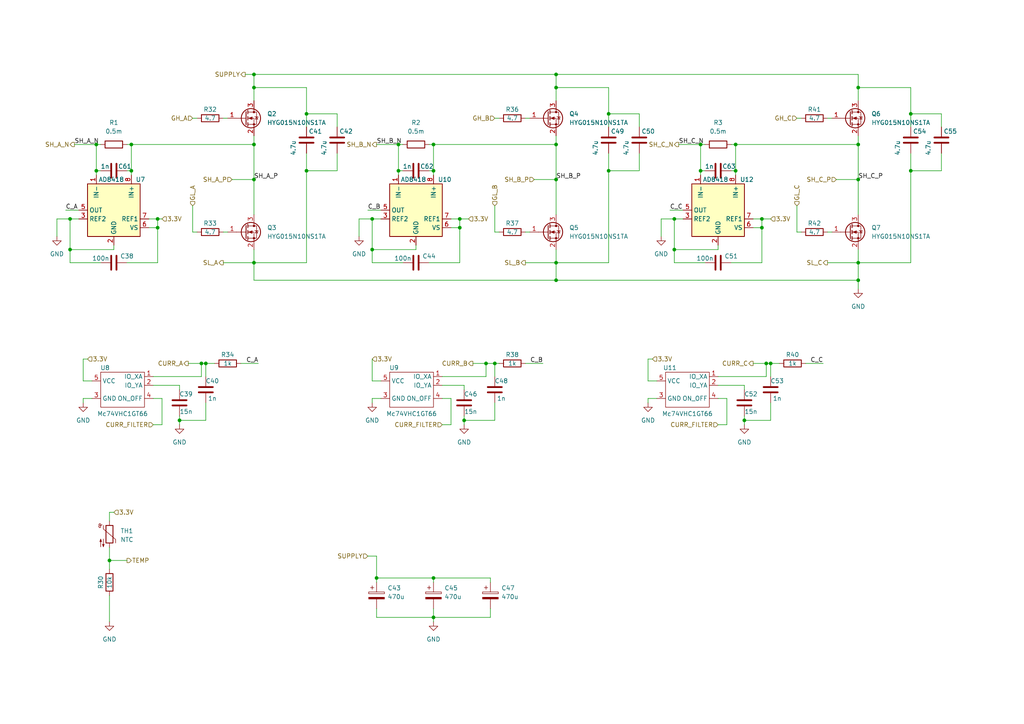
<source format=kicad_sch>
(kicad_sch (version 20231120) (generator "eeschema") (generator_version "8.0")
  (paper "A4")
  (lib_symbols
    (symbol "Amplifier_Current:AD8418"
      (property "Reference" "U" (at -7.62 10.795 0))
      (property "Value" "AD8418" (at -7.62 8.89 0))
      (symbol "AD8418_0_1"
        (rectangle (start -7.62 7.62) (end 7.62 -7.62) (stroke (width 0.254)) (fill (type background)))
      )
      (symbol "AD8418_1_1"
        (pin input line (at 5.08 10.16 270) (length 2.54) (name "IN-") (number "1"))
        (pin power_in line (at 0 -10.16 90) (length 2.54) (name "GND") (number "2"))
        (pin input line (at 10.16 -2.54 180) (length 2.54) (name "REF2") (number "3"))
        (pin no_connect line (at 2.54 -7.62 90) (length 2.54) hide (name "NC") (number "4"))
        (pin output line (at 10.16 0 180) (length 2.54) (name "OUT") (number "5"))
        (pin power_in line (at -10.16 -5.08 0) (length 2.54) (name "VS") (number "6"))
        (pin input line (at -10.16 -2.54 0) (length 2.54) (name "REF1") (number "7"))
        (pin input line (at -5.08 10.16 270) (length 2.54) (name "IN+") (number "8"))
      )
    )
    (symbol "Device:C" (pin_numbers hide) (pin_names (offset 0.254))
      (property "Reference" "C" (at 0.635 2.54 0))
      (property "Value" "C" (at 0.635 -2.54 0))
      (symbol "C_0_1"
        (polyline (pts (xy -2.032 -0.762) (xy 2.032 -0.762)) (stroke (width 0.508)))
        (polyline (pts (xy -2.032 0.762) (xy 2.032 0.762)) (stroke (width 0.508)))
      )
      (symbol "C_1_1"
        (pin passive line (at 0 3.81 270) (length 2.794) (name "~") (number "1"))
        (pin passive line (at 0 -3.81 90) (length 2.794) (name "~") (number "2"))
      )
    )
    (symbol "Device:C_Polarized" (pin_numbers hide) (pin_names (offset 0.254))
      (property "Reference" "C" (at 0.635 2.54 0))
      (property "Value" "C_Polarized" (at 0.635 -2.54 0))
      (symbol "C_Polarized_0_1"
        (rectangle (start -2.286 0.508) (end 2.286 1.016))
        (polyline (pts (xy -1.778 2.286) (xy -0.762 2.286)))
        (polyline (pts (xy -1.27 2.794) (xy -1.27 1.778)))
        (rectangle (start 2.286 -0.508) (end -2.286 -1.016) (fill (type outline)))
      )
      (symbol "C_Polarized_1_1"
        (pin passive line (at 0 3.81 270) (length 2.794) (name "~") (number "1"))
        (pin passive line (at 0 -3.81 90) (length 2.794) (name "~") (number "2"))
      )
    )
    (symbol "Device:Q_NMOS_GSD" (pin_names (offset 0) hide)
      (property "Reference" "Q" (at 5.08 1.27 0))
      (property "Value" "Q_NMOS_GSD" (at 5.08 -1.27 0))
      (symbol "Q_NMOS_GSD_0_1"
        (polyline (pts (xy 0.254 0) (xy -2.54 0)))
        (polyline (pts (xy 0.254 1.905) (xy 0.254 -1.905)) (stroke (width 0.254)))
        (polyline (pts (xy 0.762 -1.27) (xy 0.762 -2.286)) (stroke (width 0.254)))
        (polyline (pts (xy 0.762 0.508) (xy 0.762 -0.508)) (stroke (width 0.254)))
        (polyline (pts (xy 0.762 2.286) (xy 0.762 1.27)) (stroke (width 0.254)))
        (polyline (pts (xy 2.54 2.54) (xy 2.54 1.778)))
        (polyline (pts (xy 2.54 -2.54) (xy 2.54 0) (xy 0.762 0)))
        (polyline (pts (xy 0.762 -1.778) (xy 3.302 -1.778) (xy 3.302 1.778) (xy 0.762 1.778)))
        (polyline (pts (xy 1.016 0) (xy 2.032 0.381) (xy 2.032 -0.381) (xy 1.016 0)) (fill (type outline)))
        (polyline (pts (xy 2.794 0.508) (xy 2.921 0.381) (xy 3.683 0.381) (xy 3.81 0.254)))
        (polyline (pts (xy 3.302 0.381) (xy 2.921 -0.254) (xy 3.683 -0.254) (xy 3.302 0.381)))
        (circle (center 1.651 0) (radius 2.794) (stroke (width 0.254)))
        (circle (center 2.54 -1.778) (radius 0.254) (fill (type outline)))
        (circle (center 2.54 1.778) (radius 0.254) (fill (type outline)))
      )
      (symbol "Q_NMOS_GSD_1_1"
        (pin input line (at -5.08 0 0) (length 2.54) (name "G") (number "1"))
        (pin passive line (at 2.54 -5.08 90) (length 2.54) (name "S") (number "2"))
        (pin passive line (at 2.54 5.08 270) (length 2.54) (name "D") (number "3"))
      )
    )
    (symbol "Device:R" (pin_numbers hide) (pin_names (offset 0))
      (property "Reference" "R" (at 2.032 0 90))
      (property "Value" "R" (at 0 0 90))
      (symbol "R_0_1"
        (rectangle (start -1.016 -2.54) (end 1.016 2.54) (stroke (width 0.254)))
      )
      (symbol "R_1_1"
        (pin passive line (at 0 3.81 270) (length 1.27) (name "~") (number "1"))
        (pin passive line (at 0 -3.81 90) (length 1.27) (name "~") (number "2"))
      )
    )
    (symbol "Device:Thermistor_NTC" (pin_numbers hide) (pin_names (offset 0))
      (property "Reference" "TH" (at -4.445 0 90))
      (property "Value" "Thermistor_NTC" (at 3.175 0 90))
      (symbol "Thermistor_NTC_0_1"
        (arc (start -3.048 2.159) (mid -3.0505 2.3165) (end -3.175 2.413))
        (arc (start -3.048 2.159) (mid -2.9736 1.9794) (end -2.794 1.905))
        (arc (start -3.048 2.794) (mid -2.9736 2.6144) (end -2.794 2.54))
        (arc (start -2.794 1.905) (mid -2.6144 1.9794) (end -2.54 2.159))
        (arc (start -2.794 2.54) (mid -2.434 2.5608) (end -2.159 2.794))
        (arc (start -2.794 3.048) (mid -2.9736 2.9736) (end -3.048 2.794))
        (arc (start -2.54 2.794) (mid -2.6144 2.9736) (end -2.794 3.048))
        (rectangle (start -1.016 2.54) (end 1.016 -2.54) (stroke (width 0.254)))
        (polyline (pts (xy -2.54 2.159) (xy -2.54 2.794)))
        (polyline (pts (xy -1.778 2.54) (xy -1.778 1.524) (xy 1.778 -1.524) (xy 1.778 -2.54)))
        (polyline (pts (xy -2.54 -3.683) (xy -2.54 -1.397) (xy -2.794 -2.159) (xy -2.286 -2.159) (xy -2.54 -1.397) (xy -2.54 -1.651)) (fill (type outline)))
        (polyline (pts (xy -1.778 -1.397) (xy -1.778 -3.683) (xy -2.032 -2.921) (xy -1.524 -2.921) (xy -1.778 -3.683) (xy -1.778 -3.429)) (fill (type outline)))
      )
      (symbol "Thermistor_NTC_1_1"
        (pin passive line (at 0 3.81 270) (length 1.27) (name "~") (number "1"))
        (pin passive line (at 0 -3.81 90) (length 1.27) (name "~") (number "2"))
      )
    )
    (symbol "TUWR_IC:Mc74VHC1GT66"
      (property "Reference" "U" (at 1.27 8.89 0))
      (property "Value" "Mc74VHC1GT66" (at 1.27 8.89 0))
      (symbol "Mc74VHC1GT66_0_1"
        (rectangle (start -6.35 5.08) (end 6.35 -5.08))
      )
      (symbol "Mc74VHC1GT66_1_1"
        (pin input line (at 8.89 3.81 180) (length 2.54) (name "IO_XA") (number "1"))
        (pin input line (at 8.89 1.27 180) (length 2.54) (name "IO_YA") (number "2"))
        (pin input line (at -8.89 -2.54 0) (length 2.54) (name "GND") (number "3"))
        (pin input line (at 8.89 -2.54 180) (length 2.54) (name "ON_OFF") (number "4"))
        (pin input line (at -8.89 2.54 0) (length 2.54) (name "VCC") (number "5"))
      )
    )
    (symbol "power:GND" (power) (pin_names (offset 0))
      (property "Value" "GND" (at 0 -3.81 0))
      (symbol "GND_0_1"
        (polyline (pts (xy 0 0) (xy 0 -1.27) (xy 1.27 -1.27) (xy 0 -2.54) (xy -1.27 -1.27) (xy 0 -1.27)))
      )
      (symbol "GND_1_1"
        (pin power_in line (at 0 0 270) (length 0) hide (name "GND") (number "1"))
      )
    )
  )
  (junction (at 248.92 41.91))
  (junction (at 176.53 49.53))
  (junction (at 125.73 179.07))
  (junction (at 161.29 25.4))
  (junction (at 161.29 52.07))
  (junction (at 248.92 52.07))
  (junction (at 161.29 81.28))
  (junction (at 213.36 49.53))
  (junction (at 107.95 72.39))
  (junction (at 20.32 63.5))
  (junction (at 73.66 52.07))
  (junction (at 38.1 41.91))
  (junction (at 73.66 21.59))
  (junction (at 88.9 49.53))
  (junction (at 215.9 121.92))
  (junction (at 88.9 33.02))
  (junction (at 176.53 33.02))
  (junction (at 248.92 76.2))
  (junction (at 27.94 41.91))
  (junction (at 107.95 63.5))
  (junction (at 264.16 33.02))
  (junction (at 223.52 105.41))
  (junction (at 161.29 76.2))
  (junction (at 45.72 66.04))
  (junction (at 125.73 167.64))
  (junction (at 125.73 49.53))
  (junction (at 52.07 121.92))
  (junction (at 161.29 21.59))
  (junction (at 20.32 72.39))
  (junction (at 220.98 63.5))
  (junction (at 220.98 66.04))
  (junction (at 109.22 167.64))
  (junction (at 73.66 76.2))
  (junction (at 195.58 63.5))
  (junction (at 125.73 41.91))
  (junction (at 264.16 49.53))
  (junction (at 73.66 41.91))
  (junction (at 59.69 105.41))
  (junction (at 140.97 105.41))
  (junction (at 161.29 41.91))
  (junction (at 134.62 121.92))
  (junction (at 203.2 41.91))
  (junction (at 195.58 72.39))
  (junction (at 45.72 63.5))
  (junction (at 115.57 41.91))
  (junction (at 31.75 162.56))
  (junction (at 115.57 49.53))
  (junction (at 133.35 66.04))
  (junction (at 248.92 81.28))
  (junction (at 213.36 41.91))
  (junction (at 73.66 25.4))
  (junction (at 133.35 63.5))
  (junction (at 143.51 105.41))
  (junction (at 248.92 25.4))
  (junction (at 38.1 49.53))
  (junction (at 203.2 49.53))
  (junction (at 222.25 105.41))
  (junction (at 27.94 49.53))
  (junction (at 58.42 105.41))
  (wire (pts (xy 45.72 63.5) (xy 46.99 63.5)))
  (wire (pts (xy 134.62 120.65) (xy 134.62 121.92)))
  (wire (pts (xy 231.14 59.69) (xy 231.14 67.31)))
  (wire (pts (xy 31.75 162.56) (xy 31.75 158.75)))
  (wire (pts (xy 106.68 60.96) (xy 110.49 60.96)))
  (wire (pts (xy 152.4 76.2) (xy 161.29 76.2)))
  (wire (pts (xy 187.96 104.14) (xy 187.96 110.49)))
  (wire (pts (xy 67.31 52.07) (xy 73.66 52.07)))
  (wire (pts (xy 107.95 104.14) (xy 107.95 110.49)))
  (wire (pts (xy 198.12 63.5) (xy 195.58 63.5)))
  (wire (pts (xy 208.28 109.22) (xy 222.25 109.22)))
  (wire (pts (xy 19.05 60.96) (xy 22.86 60.96)))
  (wire (pts (xy 38.1 41.91) (xy 38.1 49.53)))
  (wire (pts (xy 20.32 63.5) (xy 20.32 72.39)))
  (wire (pts (xy 88.9 36.83) (xy 88.9 33.02)))
  (wire (pts (xy 203.2 41.91) (xy 204.47 41.91)))
  (wire (pts (xy 106.68 161.29) (xy 109.22 161.29)))
  (wire (pts (xy 212.09 49.53) (xy 213.36 49.53)))
  (wire (pts (xy 58.42 109.22) (xy 58.42 105.41)))
  (wire (pts (xy 220.98 63.5) (xy 218.44 63.5)))
  (wire (pts (xy 273.05 49.53) (xy 264.16 49.53)))
  (wire (pts (xy 133.35 63.5) (xy 130.81 63.5)))
  (wire (pts (xy 64.77 76.2) (xy 73.66 76.2)))
  (wire (pts (xy 143.51 59.69) (xy 143.51 67.31)))
  (wire (pts (xy 133.35 63.5) (xy 135.89 63.5)))
  (wire (pts (xy 124.46 41.91) (xy 125.73 41.91)))
  (wire (pts (xy 21.59 41.91) (xy 27.94 41.91)))
  (wire (pts (xy 52.07 121.92) (xy 52.07 123.19)))
  (wire (pts (xy 187.96 110.49) (xy 190.5 110.49)))
  (wire (pts (xy 185.42 49.53) (xy 176.53 49.53)))
  (wire (pts (xy 31.75 162.56) (xy 31.75 165.1)))
  (wire (pts (xy 161.29 39.37) (xy 161.29 41.91)))
  (wire (pts (xy 125.73 41.91) (xy 161.29 41.91)))
  (wire (pts (xy 115.57 41.91) (xy 116.84 41.91)))
  (wire (pts (xy 203.2 41.91) (xy 203.2 49.53)))
  (wire (pts (xy 213.36 49.53) (xy 213.36 50.8)))
  (wire (pts (xy 97.79 49.53) (xy 88.9 49.53)))
  (wire (pts (xy 125.73 179.07) (xy 125.73 180.34)))
  (wire (pts (xy 143.51 105.41) (xy 144.78 105.41)))
  (wire (pts (xy 107.95 116.84) (xy 107.95 115.57)))
  (wire (pts (xy 191.77 63.5) (xy 195.58 63.5)))
  (wire (pts (xy 36.83 41.91) (xy 38.1 41.91)))
  (wire (pts (xy 137.16 105.41) (xy 140.97 105.41)))
  (wire (pts (xy 248.92 41.91) (xy 248.92 52.07)))
  (wire (pts (xy 189.23 104.14) (xy 187.96 104.14)))
  (wire (pts (xy 142.24 179.07) (xy 125.73 179.07)))
  (wire (pts (xy 24.13 115.57) (xy 26.67 115.57)))
  (wire (pts (xy 20.32 76.2) (xy 29.21 76.2)))
  (wire (pts (xy 176.53 49.53) (xy 176.53 44.45)))
  (wire (pts (xy 218.44 105.41) (xy 222.25 105.41)))
  (wire (pts (xy 46.99 115.57) (xy 44.45 115.57)))
  (wire (pts (xy 20.32 72.39) (xy 33.02 72.39)))
  (wire (pts (xy 161.29 41.91) (xy 161.29 52.07)))
  (wire (pts (xy 264.16 49.53) (xy 264.16 44.45)))
  (wire (pts (xy 55.88 59.69) (xy 55.88 67.31)))
  (wire (pts (xy 195.58 72.39) (xy 195.58 76.2)))
  (wire (pts (xy 264.16 49.53) (xy 264.16 76.2)))
  (wire (pts (xy 24.13 116.84) (xy 24.13 115.57)))
  (wire (pts (xy 97.79 44.45) (xy 97.79 49.53)))
  (wire (pts (xy 36.83 49.53) (xy 38.1 49.53)))
  (wire (pts (xy 242.57 52.07) (xy 248.92 52.07)))
  (wire (pts (xy 88.9 49.53) (xy 88.9 44.45)))
  (wire (pts (xy 140.97 109.22) (xy 140.97 105.41)))
  (wire (pts (xy 109.22 179.07) (xy 109.22 176.53)))
  (wire (pts (xy 59.69 105.41) (xy 62.23 105.41)))
  (wire (pts (xy 58.42 105.41) (xy 59.69 105.41)))
  (wire (pts (xy 240.03 67.31) (xy 241.3 67.31)))
  (wire (pts (xy 222.25 105.41) (xy 223.52 105.41)))
  (wire (pts (xy 44.45 111.76) (xy 52.07 111.76)))
  (wire (pts (xy 125.73 179.07) (xy 109.22 179.07)))
  (wire (pts (xy 24.13 104.14) (xy 24.13 110.49)))
  (wire (pts (xy 59.69 109.22) (xy 59.69 105.41)))
  (wire (pts (xy 45.72 76.2) (xy 45.72 66.04)))
  (wire (pts (xy 215.9 120.65) (xy 215.9 121.92)))
  (wire (pts (xy 161.29 76.2) (xy 161.29 81.28)))
  (wire (pts (xy 161.29 25.4) (xy 161.29 29.21)))
  (wire (pts (xy 143.51 34.29) (xy 144.78 34.29)))
  (wire (pts (xy 107.95 76.2) (xy 116.84 76.2)))
  (wire (pts (xy 25.4 104.14) (xy 24.13 104.14)))
  (wire (pts (xy 125.73 167.64) (xy 142.24 167.64)))
  (wire (pts (xy 125.73 167.64) (xy 125.73 168.91)))
  (wire (pts (xy 208.28 71.12) (xy 208.28 72.39)))
  (wire (pts (xy 109.22 161.29) (xy 109.22 167.64)))
  (wire (pts (xy 161.29 52.07) (xy 161.29 62.23)))
  (wire (pts (xy 107.95 110.49) (xy 110.49 110.49)))
  (wire (pts (xy 73.66 76.2) (xy 73.66 81.28)))
  (wire (pts (xy 185.42 33.02) (xy 176.53 33.02)))
  (wire (pts (xy 73.66 52.07) (xy 73.66 62.23)))
  (wire (pts (xy 107.95 72.39) (xy 120.65 72.39)))
  (wire (pts (xy 120.65 71.12) (xy 120.65 72.39)))
  (wire (pts (xy 264.16 33.02) (xy 264.16 25.4)))
  (wire (pts (xy 88.9 76.2) (xy 73.66 76.2)))
  (wire (pts (xy 73.66 41.91) (xy 73.66 52.07)))
  (wire (pts (xy 176.53 76.2) (xy 161.29 76.2)))
  (wire (pts (xy 73.66 25.4) (xy 73.66 29.21)))
  (wire (pts (xy 133.35 76.2) (xy 133.35 66.04)))
  (wire (pts (xy 223.52 105.41) (xy 226.06 105.41)))
  (wire (pts (xy 109.22 41.91) (xy 115.57 41.91)))
  (wire (pts (xy 264.16 76.2) (xy 248.92 76.2)))
  (wire (pts (xy 220.98 66.04) (xy 220.98 63.5)))
  (wire (pts (xy 38.1 49.53) (xy 38.1 50.8)))
  (wire (pts (xy 124.46 76.2) (xy 133.35 76.2)))
  (wire (pts (xy 248.92 81.28) (xy 248.92 83.82)))
  (wire (pts (xy 134.62 121.92) (xy 143.51 121.92)))
  (wire (pts (xy 33.02 71.12) (xy 33.02 72.39)))
  (wire (pts (xy 210.82 123.19) (xy 210.82 115.57)))
  (wire (pts (xy 273.05 36.83) (xy 273.05 33.02)))
  (wire (pts (xy 125.73 41.91) (xy 125.73 49.53)))
  (wire (pts (xy 124.46 49.53) (xy 125.73 49.53)))
  (wire (pts (xy 233.68 105.41) (xy 238.76 105.41)))
  (wire (pts (xy 248.92 52.07) (xy 248.92 62.23)))
  (wire (pts (xy 116.84 49.53) (xy 115.57 49.53)))
  (wire (pts (xy 195.58 76.2) (xy 204.47 76.2)))
  (wire (pts (xy 69.85 105.41) (xy 74.93 105.41)))
  (wire (pts (xy 215.9 121.92) (xy 215.9 123.19)))
  (wire (pts (xy 203.2 49.53) (xy 203.2 50.8)))
  (wire (pts (xy 223.52 109.22) (xy 223.52 105.41)))
  (wire (pts (xy 203.2 49.53) (xy 204.47 49.53)))
  (wire (pts (xy 215.9 121.92) (xy 223.52 121.92)))
  (wire (pts (xy 109.22 167.64) (xy 109.22 168.91)))
  (wire (pts (xy 125.73 49.53) (xy 125.73 50.8)))
  (wire (pts (xy 109.22 167.64) (xy 125.73 167.64)))
  (wire (pts (xy 143.51 109.22) (xy 143.51 105.41)))
  (wire (pts (xy 222.25 109.22) (xy 222.25 105.41)))
  (wire (pts (xy 71.12 21.59) (xy 73.66 21.59)))
  (wire (pts (xy 88.9 49.53) (xy 88.9 76.2)))
  (wire (pts (xy 64.77 34.29) (xy 66.04 34.29)))
  (wire (pts (xy 130.81 123.19) (xy 130.81 115.57)))
  (wire (pts (xy 161.29 21.59) (xy 161.29 25.4)))
  (wire (pts (xy 215.9 111.76) (xy 215.9 113.03)))
  (wire (pts (xy 248.92 76.2) (xy 248.92 81.28)))
  (wire (pts (xy 134.62 111.76) (xy 134.62 113.03)))
  (wire (pts (xy 38.1 41.91) (xy 73.66 41.91)))
  (wire (pts (xy 130.81 66.04) (xy 133.35 66.04)))
  (wire (pts (xy 107.95 63.5) (xy 107.95 72.39)))
  (wire (pts (xy 264.16 25.4) (xy 248.92 25.4)))
  (wire (pts (xy 97.79 33.02) (xy 88.9 33.02)))
  (wire (pts (xy 264.16 36.83) (xy 264.16 33.02)))
  (wire (pts (xy 187.96 115.57) (xy 190.5 115.57)))
  (wire (pts (xy 107.95 72.39) (xy 107.95 76.2)))
  (wire (pts (xy 27.94 41.91) (xy 27.94 49.53)))
  (wire (pts (xy 59.69 121.92) (xy 59.69 116.84)))
  (wire (pts (xy 223.52 121.92) (xy 223.52 116.84)))
  (wire (pts (xy 55.88 34.29) (xy 57.15 34.29)))
  (wire (pts (xy 133.35 66.04) (xy 133.35 63.5)))
  (wire (pts (xy 161.29 21.59) (xy 248.92 21.59)))
  (wire (pts (xy 134.62 121.92) (xy 134.62 123.19)))
  (wire (pts (xy 115.57 41.91) (xy 115.57 49.53)))
  (wire (pts (xy 104.14 68.58) (xy 104.14 63.5)))
  (wire (pts (xy 187.96 116.84) (xy 187.96 115.57)))
  (wire (pts (xy 142.24 167.64) (xy 142.24 168.91)))
  (wire (pts (xy 176.53 36.83) (xy 176.53 33.02)))
  (wire (pts (xy 212.09 76.2) (xy 220.98 76.2)))
  (wire (pts (xy 128.27 109.22) (xy 140.97 109.22)))
  (wire (pts (xy 45.72 63.5) (xy 43.18 63.5)))
  (wire (pts (xy 44.45 123.19) (xy 46.99 123.19)))
  (wire (pts (xy 36.83 76.2) (xy 45.72 76.2)))
  (wire (pts (xy 16.51 68.58) (xy 16.51 63.5)))
  (wire (pts (xy 231.14 34.29) (xy 232.41 34.29)))
  (wire (pts (xy 54.61 105.41) (xy 58.42 105.41)))
  (wire (pts (xy 88.9 33.02) (xy 88.9 25.4)))
  (wire (pts (xy 140.97 105.41) (xy 143.51 105.41)))
  (wire (pts (xy 212.09 41.91) (xy 213.36 41.91)))
  (wire (pts (xy 232.41 67.31) (xy 231.14 67.31)))
  (wire (pts (xy 210.82 115.57) (xy 208.28 115.57)))
  (wire (pts (xy 208.28 111.76) (xy 215.9 111.76)))
  (wire (pts (xy 104.14 63.5) (xy 107.95 63.5)))
  (wire (pts (xy 31.75 148.59) (xy 33.02 148.59)))
  (wire (pts (xy 27.94 49.53) (xy 29.21 49.53)))
  (wire (pts (xy 273.05 44.45) (xy 273.05 49.53)))
  (wire (pts (xy 248.92 39.37) (xy 248.92 41.91)))
  (wire (pts (xy 248.92 25.4) (xy 248.92 29.21)))
  (wire (pts (xy 52.07 111.76) (xy 52.07 113.03)))
  (wire (pts (xy 44.45 109.22) (xy 58.42 109.22)))
  (wire (pts (xy 195.58 72.39) (xy 208.28 72.39)))
  (wire (pts (xy 22.86 63.5) (xy 20.32 63.5)))
  (wire (pts (xy 45.72 66.04) (xy 45.72 63.5)))
  (wire (pts (xy 27.94 49.53) (xy 27.94 50.8)))
  (wire (pts (xy 46.99 123.19) (xy 46.99 115.57)))
  (wire (pts (xy 142.24 176.53) (xy 142.24 179.07)))
  (wire (pts (xy 218.44 66.04) (xy 220.98 66.04)))
  (wire (pts (xy 128.27 123.19) (xy 130.81 123.19)))
  (wire (pts (xy 185.42 36.83) (xy 185.42 33.02)))
  (wire (pts (xy 240.03 34.29) (xy 241.3 34.29)))
  (wire (pts (xy 24.13 110.49) (xy 26.67 110.49)))
  (wire (pts (xy 16.51 63.5) (xy 20.32 63.5)))
  (wire (pts (xy 27.94 41.91) (xy 29.21 41.91)))
  (wire (pts (xy 240.03 76.2) (xy 248.92 76.2)))
  (wire (pts (xy 176.53 49.53) (xy 176.53 76.2)))
  (wire (pts (xy 273.05 33.02) (xy 264.16 33.02)))
  (wire (pts (xy 128.27 111.76) (xy 134.62 111.76)))
  (wire (pts (xy 125.73 179.07) (xy 125.73 176.53)))
  (wire (pts (xy 107.95 115.57) (xy 110.49 115.57)))
  (wire (pts (xy 185.42 44.45) (xy 185.42 49.53)))
  (wire (pts (xy 194.31 60.96) (xy 198.12 60.96)))
  (wire (pts (xy 152.4 67.31) (xy 153.67 67.31)))
  (wire (pts (xy 73.66 21.59) (xy 73.66 25.4)))
  (wire (pts (xy 43.18 66.04) (xy 45.72 66.04)))
  (wire (pts (xy 73.66 81.28) (xy 161.29 81.28)))
  (wire (pts (xy 110.49 63.5) (xy 107.95 63.5)))
  (wire (pts (xy 220.98 63.5) (xy 223.52 63.5)))
  (wire (pts (xy 220.98 76.2) (xy 220.98 66.04)))
  (wire (pts (xy 196.85 41.91) (xy 203.2 41.91)))
  (wire (pts (xy 73.66 72.39) (xy 73.66 76.2)))
  (wire (pts (xy 97.79 36.83) (xy 97.79 33.02)))
  (wire (pts (xy 152.4 105.41) (xy 157.48 105.41)))
  (wire (pts (xy 20.32 72.39) (xy 20.32 76.2)))
  (wire (pts (xy 248.92 21.59) (xy 248.92 25.4)))
  (wire (pts (xy 31.75 148.59) (xy 31.75 151.13)))
  (wire (pts (xy 213.36 41.91) (xy 213.36 49.53)))
  (wire (pts (xy 31.75 172.72) (xy 31.75 180.34)))
  (wire (pts (xy 52.07 120.65) (xy 52.07 121.92)))
  (wire (pts (xy 161.29 81.28) (xy 248.92 81.28)))
  (wire (pts (xy 73.66 39.37) (xy 73.66 41.91)))
  (wire (pts (xy 152.4 34.29) (xy 153.67 34.29)))
  (wire (pts (xy 161.29 72.39) (xy 161.29 76.2)))
  (wire (pts (xy 143.51 121.92) (xy 143.51 116.84)))
  (wire (pts (xy 208.28 123.19) (xy 210.82 123.19)))
  (wire (pts (xy 88.9 25.4) (xy 73.66 25.4)))
  (wire (pts (xy 57.15 67.31) (xy 55.88 67.31)))
  (wire (pts (xy 115.57 49.53) (xy 115.57 50.8)))
  (wire (pts (xy 176.53 33.02) (xy 176.53 25.4)))
  (wire (pts (xy 130.81 115.57) (xy 128.27 115.57)))
  (wire (pts (xy 213.36 41.91) (xy 248.92 41.91)))
  (wire (pts (xy 248.92 72.39) (xy 248.92 76.2)))
  (wire (pts (xy 73.66 21.59) (xy 161.29 21.59)))
  (wire (pts (xy 191.77 68.58) (xy 191.77 63.5)))
  (wire (pts (xy 154.94 52.07) (xy 161.29 52.07)))
  (wire (pts (xy 31.75 162.56) (xy 36.83 162.56)))
  (wire (pts (xy 64.77 67.31) (xy 66.04 67.31)))
  (wire (pts (xy 195.58 63.5) (xy 195.58 72.39)))
  (wire (pts (xy 52.07 121.92) (xy 59.69 121.92)))
  (wire (pts (xy 176.53 25.4) (xy 161.29 25.4)))
  (wire (pts (xy 144.78 67.31) (xy 143.51 67.31)))
  (label "SH_B_P" (at 161.29 52.07 0))
  (label "C_C" (at 194.31 60.96 0))
  (label "SH_A_N" (at 21.59 41.91 0))
  (label "C_C" (at 238.76 105.41 180))
  (label "C_B" (at 106.68 60.96 0))
  (label "C_B" (at 157.48 105.41 180))
  (label "SH_B_N" (at 109.22 41.91 0))
  (label "SH_C_P" (at 248.92 52.07 0))
  (label "C_A" (at 19.05 60.96 0))
  (label "SH_A_P" (at 73.66 52.07 0))
  (label "C_A" (at 74.93 105.41 180))
  (label "SH_C_N" (at 196.85 41.91 0))
  (hierarchical_label "CURR_A" (shape output) (at 54.61 105.41 180))
  (hierarchical_label "3.3V" (shape input) (at 223.52 63.5 0))
  (hierarchical_label "GH_B" (shape input) (at 143.51 34.29 180))
  (hierarchical_label "TEMP" (shape output) (at 36.83 162.56 0))
  (hierarchical_label "GL_A" (shape input) (at 55.88 59.69 90))
  (hierarchical_label "3.3V" (shape input) (at 135.89 63.5 0))
  (hierarchical_label "3.3V" (shape input) (at 46.99 63.5 0))
  (hierarchical_label "GL_B" (shape input) (at 143.51 59.69 90))
  (hierarchical_label "GH_A" (shape input) (at 55.88 34.29 180))
  (hierarchical_label "GL_C" (shape input) (at 231.14 59.69 90))
  (hierarchical_label "SH_C_P" (shape input) (at 242.57 52.07 180))
  (hierarchical_label "CURR_FILTER" (shape input) (at 208.28 123.19 180))
  (hierarchical_label "GH_C" (shape input) (at 231.14 34.29 180))
  (hierarchical_label "SL_B" (shape output) (at 152.4 76.2 180))
  (hierarchical_label "3.3V" (shape input) (at 189.23 104.14 0))
  (hierarchical_label "CURR_FILTER" (shape input) (at 128.27 123.19 180))
  (hierarchical_label "SUPPLY" (shape output) (at 71.12 21.59 180))
  (hierarchical_label "CURR_B" (shape output) (at 137.16 105.41 180))
  (hierarchical_label "SH_B_N" (shape output) (at 109.22 41.91 180))
  (hierarchical_label "CURR_C" (shape output) (at 218.44 105.41 180))
  (hierarchical_label "3.3V" (shape input) (at 33.02 148.59 0))
  (hierarchical_label "SL_A" (shape output) (at 64.77 76.2 180))
  (hierarchical_label "SH_C_N" (shape output) (at 196.85 41.91 180))
  (hierarchical_label "SH_B_P" (shape input) (at 154.94 52.07 180))
  (hierarchical_label "3.3V" (shape input) (at 107.95 104.14 0))
  (hierarchical_label "CURR_FILTER" (shape input) (at 44.45 123.19 180))
  (hierarchical_label "SUPPLY" (shape input) (at 106.68 161.29 180))
  (hierarchical_label "SH_A_P" (shape input) (at 67.31 52.07 180))
  (hierarchical_label "3.3V" (shape input) (at 25.4 104.14 0))
  (hierarchical_label "SL_C" (shape output) (at 240.03 76.2 180))
  (hierarchical_label "SH_A_N" (shape output) (at 21.59 41.91 180))
  (symbol (lib_id "power:GND") (at 107.95 116.84 0) (unit 1)
    (property "Reference" "#PWR047" (effects (hide yes)))
    (property "Value" "GND" (at 107.95 121.92 0))
  )
  (symbol (lib_id "TUWR_IC:Mc74VHC1GT66") (at 35.56 113.03 0) (unit 1)
    (property "Reference" "U8" (at 30.48 106.68 0))
    (property "Value" "Mc74VHC1GT66" (at 35.56 120.015 0))
    (property "Footprint" "Package_TO_SOT_SMD:SOT-353_SC-70-5" (effects (hide yes)))
    (property "Datasheet" "https://www.lcsc.com/product-detail/span-style-background-color-ff0-Analog-span-Switches-Multiplexers_Texas-Instruments-SN74LVC1G66DCKR_C113518.html" (effects (hide yes)))
    (property "LCSC-PN" "C113518" (effects (hide yes)))
  )
  (symbol (lib_id "power:GND") (at 187.96 116.84 0) (unit 1)
    (property "Reference" "#PWR050" (effects (hide yes)))
    (property "Value" "GND" (at 187.96 121.92 0))
  )
  (symbol (lib_id "Device:R") (at 236.22 67.31 90) (unit 1)
    (property "Reference" "R42" (at 236.22 64.77 90))
    (property "Value" "4.7" (at 236.22 67.31 90))
    (property "Footprint" "Resistor_SMD:R_0603_1608Metric" (effects (hide yes)))
  )
  (symbol (lib_id "Device:R") (at 208.28 41.91 270) (unit 1)
    (property "Reference" "R3" (at 208.28 35.56 90))
    (property "Value" "0.5m" (at 208.28 38.1 90))
    (property "Footprint" "TUWR_Sensors:WSLP3921" (effects (hide yes)))
  )
  (symbol (lib_id "Device:R") (at 66.04 105.41 90) (unit 1)
    (property "Reference" "R34" (at 66.04 102.87 90))
    (property "Value" "1k" (at 66.04 105.41 90))
    (property "Footprint" "Resistor_SMD:R_0603_1608Metric" (effects (hide yes)))
  )
  (symbol (lib_id "Device:R") (at 229.87 105.41 90) (unit 1)
    (property "Reference" "R40" (at 229.87 102.87 90))
    (property "Value" "1k" (at 229.87 105.41 90))
    (property "Footprint" "Resistor_SMD:R_0603_1608Metric" (effects (hide yes)))
  )
  (symbol (lib_id "Device:C") (at 223.52 113.03 180) (unit 1)
    (property "Reference" "C53" (at 225.425 110.49 0))
    (property "Value" "1n" (at 225.425 115.57 0))
    (property "Footprint" "Capacitor_SMD:C_0603_1608Metric" (effects (hide yes)))
    (property "Voltage" "100V" (effects (hide yes)))
  )
  (symbol (lib_id "power:GND") (at 134.62 123.19 0) (unit 1)
    (property "Reference" "#PWR049" (effects (hide yes)))
    (property "Value" "GND" (at 134.62 128.27 0))
  )
  (symbol (lib_id "Device:Q_NMOS_GSD") (at 158.75 67.31 0) (unit 1)
    (property "Reference" "Q5" (at 165.1 66.04 0) (effects (justify left)))
    (property "Value" "HYG015N10NS1TA" (at 165.1 68.58 0) (effects (justify left)))
    (property "Footprint" "Package_TO_SOT_SMD:Infineon_PG-HSOF-8-1" (effects (hide yes)))
    (property "LCSC-PN" "C2979263" (effects (hide yes)))
  )
  (symbol (lib_id "power:GND") (at 191.77 68.58 0) (unit 1)
    (property "Reference" "#PWR051" (effects (hide yes)))
    (property "Value" "GND" (at 191.77 73.66 0))
  )
  (symbol (lib_id "TUWR_IC:Mc74VHC1GT66") (at 119.38 113.03 0) (unit 1)
    (property "Reference" "U9" (at 114.3 106.68 0))
    (property "Value" "Mc74VHC1GT66" (at 119.38 120.015 0))
    (property "Footprint" "Package_TO_SOT_SMD:SOT-353_SC-70-5" (effects (hide yes)))
    (property "Datasheet" "https://www.lcsc.com/product-detail/span-style-background-color-ff0-Analog-span-Switches-Multiplexers_Texas-Instruments-SN74LVC1G66DCKR_C113518.html" (effects (hide yes)))
    (property "LCSC-PN" "C113518" (effects (hide yes)))
  )
  (symbol (lib_id "Device:C") (at 215.9 116.84 180) (unit 1)
    (property "Reference" "C52" (at 217.805 114.3 0))
    (property "Value" "15n" (at 217.805 119.38 0))
    (property "Footprint" "Capacitor_SMD:C_0603_1608Metric" (effects (hide yes)))
    (property "Voltage" "100V" (effects (hide yes)))
  )
  (symbol (lib_id "power:GND") (at 248.92 83.82 0) (unit 1)
    (property "Reference" "#PWR053" (effects (hide yes)))
    (property "Value" "GND" (at 248.92 88.9 0))
  )
  (symbol (lib_id "power:GND") (at 52.07 123.19 0) (unit 1)
    (property "Reference" "#PWR045" (effects (hide yes)))
    (property "Value" "GND" (at 52.07 128.27 0))
  )
  (symbol (lib_id "Device:Thermistor_NTC") (at 31.75 154.94 0) (unit 1)
    (property "Reference" "TH1" (at 34.925 153.9874 0) (effects (justify left)))
    (property "Value" "NTC" (at 34.925 156.5274 0) (effects (justify left)))
    (property "Footprint" "Connector_PinHeader_1.27mm:PinHeader_1x02_P1.27mm_Vertical" (effects (hide yes)))
  )
  (symbol (lib_id "Amplifier_Current:AD8418") (at 120.65 60.96 0) (mirror y) (unit 1)
    (property "Reference" "U10" (at 127 52.07 0) (effects (justify right)))
    (property "Value" "AD8418" (at 116.205 52.07 0) (effects (justify right)))
    (property "Footprint" "Package_SO:MSOP-8_3x3mm_P0.65mm" (effects (hide yes)))
    (property "Datasheet" "https://www.analog.com/media/en/technical-documentation/data-sheets/AD8418.pdf" (effects (hide yes)))
    (property "LCSC-PN" "C462197" (effects (hide yes)))
  )
  (symbol (lib_id "power:GND") (at 31.75 180.34 0) (unit 1)
    (property "Reference" "#PWR044" (effects (hide yes)))
    (property "Value" "GND" (at 31.75 185.42 0))
  )
  (symbol (lib_id "Device:C") (at 120.65 49.53 90) (unit 1)
    (property "Reference" "C62" (at 123.825 48.26 90))
    (property "Value" "1n" (at 118.11 48.26 90))
    (property "Footprint" "Capacitor_SMD:C_0603_1608Metric" (effects (hide yes)))
    (property "Voltage" "100V" (effects (hide yes)))
  )
  (symbol (lib_id "Device:C") (at 208.28 49.53 90) (unit 1)
    (property "Reference" "C63" (at 211.455 48.26 90))
    (property "Value" "1n" (at 205.74 48.26 90))
    (property "Footprint" "Capacitor_SMD:C_0603_1608Metric" (effects (hide yes)))
    (property "Voltage" "100V" (effects (hide yes)))
  )
  (symbol (lib_id "Device:C") (at 264.16 40.64 0) (unit 1)
    (property "Reference" "C54" (at 264.795 38.1 0) (effects (justify left)))
    (property "Value" "4.7u" (at 260.35 45.085 90) (effects (justify left)))
    (property "Footprint" "Capacitor_SMD:C_1210_3225Metric" (effects (hide yes)))
    (property "Voltage" "100V" (effects (hide yes)))
  )
  (symbol (lib_id "Device:C") (at 143.51 113.03 180) (unit 1)
    (property "Reference" "C48" (at 145.415 110.49 0))
    (property "Value" "1n" (at 145.415 115.57 0))
    (property "Footprint" "Capacitor_SMD:C_0603_1608Metric" (effects (hide yes)))
    (property "Voltage" "100V" (effects (hide yes)))
  )
  (symbol (lib_id "Device:C_Polarized") (at 109.22 172.72 0) (unit 1)
    (property "Reference" "C43" (at 112.395 170.5609 0) (effects (justify left)))
    (property "Value" "470u" (at 112.395 173.1009 0) (effects (justify left)))
    (property "Footprint" "Capacitor_THT:CP_Radial_D10.0mm_P5.00mm" (effects (hide yes)))
    (property "Voltage" "80V" (effects (hide yes)))
  )
  (symbol (lib_id "Device:R") (at 148.59 34.29 90) (unit 1)
    (property "Reference" "R36" (at 148.59 31.75 90))
    (property "Value" "4.7" (at 148.59 34.29 90))
    (property "Footprint" "Resistor_SMD:R_0603_1608Metric" (effects (hide yes)))
  )
  (symbol (lib_id "Device:C_Polarized") (at 125.73 172.72 0) (unit 1)
    (property "Reference" "C45" (at 128.905 170.5609 0) (effects (justify left)))
    (property "Value" "470u" (at 128.905 173.1009 0) (effects (justify left)))
    (property "Footprint" "Capacitor_THT:CP_Radial_D10.0mm_P5.00mm" (effects (hide yes)))
    (property "Voltage" "80V" (effects (hide yes)))
  )
  (symbol (lib_id "Device:C_Polarized") (at 142.24 172.72 0) (unit 1)
    (property "Reference" "C47" (at 145.415 170.5609 0) (effects (justify left)))
    (property "Value" "470u" (at 145.415 173.1009 0) (effects (justify left)))
    (property "Footprint" "Capacitor_THT:CP_Radial_D10.0mm_P5.00mm" (effects (hide yes)))
    (property "Voltage" "80V" (effects (hide yes)))
  )
  (symbol (lib_id "Device:Q_NMOS_GSD") (at 71.12 34.29 0) (unit 1)
    (property "Reference" "Q2" (at 77.47 33.02 0) (effects (justify left)))
    (property "Value" "HYG015N10NS1TA" (at 77.47 35.56 0) (effects (justify left)))
    (property "Footprint" "Package_TO_SOT_SMD:Infineon_PG-HSOF-8-1" (effects (hide yes)))
    (property "LCSC-PN" "C2979263" (effects (hide yes)))
  )
  (symbol (lib_id "Device:Q_NMOS_GSD") (at 71.12 67.31 0) (unit 1)
    (property "Reference" "Q3" (at 77.47 66.04 0) (effects (justify left)))
    (property "Value" "HYG015N10NS1TA" (at 77.47 68.58 0) (effects (justify left)))
    (property "Footprint" "Package_TO_SOT_SMD:Infineon_PG-HSOF-8-1" (effects (hide yes)))
    (property "LCSC-PN" "C2979263" (effects (hide yes)))
  )
  (symbol (lib_id "Device:C") (at 59.69 113.03 180) (unit 1)
    (property "Reference" "C40" (at 61.595 110.49 0))
    (property "Value" "1n" (at 61.595 115.57 0))
    (property "Footprint" "Capacitor_SMD:C_0603_1608Metric" (effects (hide yes)))
    (property "Voltage" "100V" (effects (hide yes)))
  )
  (symbol (lib_id "Device:Q_NMOS_GSD") (at 246.38 34.29 0) (unit 1)
    (property "Reference" "Q6" (at 252.73 33.02 0) (effects (justify left)))
    (property "Value" "HYG015N10NS1TA" (at 252.73 35.56 0) (effects (justify left)))
    (property "Footprint" "Package_TO_SOT_SMD:Infineon_PG-HSOF-8-1" (effects (hide yes)))
    (property "LCSC-PN" "C2979263" (effects (hide yes)))
  )
  (symbol (lib_id "power:GND") (at 104.14 68.58 0) (unit 1)
    (property "Reference" "#PWR046" (effects (hide yes)))
    (property "Value" "GND" (at 104.14 73.66 0))
  )
  (symbol (lib_id "Device:C") (at 33.02 49.53 90) (unit 1)
    (property "Reference" "C61" (at 36.195 48.26 90))
    (property "Value" "1n" (at 30.48 48.26 90))
    (property "Footprint" "Capacitor_SMD:C_0603_1608Metric" (effects (hide yes)))
    (property "Voltage" "100V" (effects (hide yes)))
  )
  (symbol (lib_id "Device:C") (at 208.28 76.2 90) (unit 1)
    (property "Reference" "C51" (at 212.09 74.295 90))
    (property "Value" "100n" (at 204.47 74.93 90))
    (property "Footprint" "Capacitor_SMD:C_0603_1608Metric" (effects (hide yes)))
    (property "Voltage" "100V" (effects (hide yes)))
  )
  (symbol (lib_id "Device:C") (at 120.65 76.2 90) (unit 1)
    (property "Reference" "C44" (at 124.46 74.295 90))
    (property "Value" "100n" (at 116.84 74.93 90))
    (property "Footprint" "Capacitor_SMD:C_0603_1608Metric" (effects (hide yes)))
    (property "Voltage" "100V" (effects (hide yes)))
  )
  (symbol (lib_id "Device:R") (at 148.59 67.31 90) (unit 1)
    (property "Reference" "R37" (at 148.59 64.77 90))
    (property "Value" "4.7" (at 148.59 67.31 90))
    (property "Footprint" "Resistor_SMD:R_0603_1608Metric" (effects (hide yes)))
  )
  (symbol (lib_id "Device:R") (at 33.02 41.91 270) (unit 1)
    (property "Reference" "R1" (at 33.02 35.56 90))
    (property "Value" "0.5m" (at 33.02 38.1 90))
    (property "Footprint" "TUWR_Sensors:WSLP3921" (effects (hide yes)))
  )
  (symbol (lib_id "Device:R") (at 120.65 41.91 270) (unit 1)
    (property "Reference" "R2" (at 120.65 35.56 90))
    (property "Value" "0.5m" (at 120.65 38.1 90))
    (property "Footprint" "TUWR_Sensors:WSLP3921" (effects (hide yes)))
  )
  (symbol (lib_id "Amplifier_Current:AD8418") (at 208.28 60.96 0) (mirror y) (unit 1)
    (property "Reference" "U12" (at 214.63 52.07 0) (effects (justify right)))
    (property "Value" "AD8418" (at 203.835 52.07 0) (effects (justify right)))
    (property "Footprint" "Package_SO:MSOP-8_3x3mm_P0.65mm" (effects (hide yes)))
    (property "Datasheet" "https://www.analog.com/media/en/technical-documentation/data-sheets/AD8418.pdf" (effects (hide yes)))
    (property "LCSC-PN" "C462197" (effects (hide yes)))
  )
  (symbol (lib_id "Device:R") (at 31.75 168.91 180) (unit 1)
    (property "Reference" "R30" (at 29.21 168.91 90))
    (property "Value" "10k" (at 31.75 168.91 90))
    (property "Footprint" "Resistor_SMD:R_0603_1608Metric" (effects (hide yes)))
  )
  (symbol (lib_id "Device:C") (at 33.02 76.2 90) (unit 1)
    (property "Reference" "C38" (at 36.83 74.295 90))
    (property "Value" "100n" (at 29.21 74.93 90))
    (property "Footprint" "Capacitor_SMD:C_0603_1608Metric" (effects (hide yes)))
    (property "Voltage" "100V" (effects (hide yes)))
  )
  (symbol (lib_id "Device:C") (at 52.07 116.84 180) (unit 1)
    (property "Reference" "C39" (at 53.975 114.3 0))
    (property "Value" "15n" (at 53.975 119.38 0))
    (property "Footprint" "Capacitor_SMD:C_0603_1608Metric" (effects (hide yes)))
    (property "Voltage" "100V" (effects (hide yes)))
  )
  (symbol (lib_id "power:GND") (at 24.13 116.84 0) (unit 1)
    (property "Reference" "#PWR043" (effects (hide yes)))
    (property "Value" "GND" (at 24.13 121.92 0))
  )
  (symbol (lib_id "power:GND") (at 16.51 68.58 0) (unit 1)
    (property "Reference" "#PWR042" (effects (hide yes)))
    (property "Value" "GND" (at 16.51 73.66 0))
  )
  (symbol (lib_id "Device:C") (at 176.53 40.64 0) (unit 1)
    (property "Reference" "C49" (at 177.165 38.1 0) (effects (justify left)))
    (property "Value" "4.7u" (at 172.72 45.085 90) (effects (justify left)))
    (property "Footprint" "Capacitor_SMD:C_1210_3225Metric" (effects (hide yes)))
    (property "Voltage" "100V" (effects (hide yes)))
  )
  (symbol (lib_id "Device:R") (at 60.96 67.31 90) (unit 1)
    (property "Reference" "R33" (at 60.96 64.77 90))
    (property "Value" "4.7" (at 60.96 67.31 90))
    (property "Footprint" "Resistor_SMD:R_0603_1608Metric" (effects (hide yes)))
  )
  (symbol (lib_id "Device:C") (at 97.79 40.64 0) (unit 1)
    (property "Reference" "C42" (at 98.425 38.1 0) (effects (justify left)))
    (property "Value" "4.7u" (at 93.98 45.085 90) (effects (justify left)))
    (property "Footprint" "Capacitor_SMD:C_1210_3225Metric" (effects (hide yes)))
    (property "Voltage" "100V" (effects (hide yes)))
  )
  (symbol (lib_id "Device:R") (at 60.96 34.29 90) (unit 1)
    (property "Reference" "R32" (at 60.96 31.75 90))
    (property "Value" "4.7" (at 60.96 34.29 90))
    (property "Footprint" "Resistor_SMD:R_0603_1608Metric" (effects (hide yes)))
  )
  (symbol (lib_id "Device:C") (at 134.62 116.84 180) (unit 1)
    (property "Reference" "C46" (at 136.525 114.3 0))
    (property "Value" "15n" (at 136.525 119.38 0))
    (property "Footprint" "Capacitor_SMD:C_0603_1608Metric" (effects (hide yes)))
    (property "Voltage" "100V" (effects (hide yes)))
  )
  (symbol (lib_id "Device:Q_NMOS_GSD") (at 246.38 67.31 0) (unit 1)
    (property "Reference" "Q7" (at 252.73 66.04 0) (effects (justify left)))
    (property "Value" "HYG015N10NS1TA" (at 252.73 68.58 0) (effects (justify left)))
    (property "Footprint" "Package_TO_SOT_SMD:Infineon_PG-HSOF-8-1" (effects (hide yes)))
    (property "LCSC-PN" "C2979263" (effects (hide yes)))
  )
  (symbol (lib_id "Device:Q_NMOS_GSD") (at 158.75 34.29 0) (unit 1)
    (property "Reference" "Q4" (at 165.1 33.02 0) (effects (justify left)))
    (property "Value" "HYG015N10NS1TA" (at 165.1 35.56 0) (effects (justify left)))
    (property "Footprint" "Package_TO_SOT_SMD:Infineon_PG-HSOF-8-1" (effects (hide yes)))
    (property "LCSC-PN" "C2979263" (effects (hide yes)))
  )
  (symbol (lib_id "Device:R") (at 236.22 34.29 90) (unit 1)
    (property "Reference" "R41" (at 236.22 31.75 90))
    (property "Value" "4.7" (at 236.22 34.29 90))
    (property "Footprint" "Resistor_SMD:R_0603_1608Metric" (effects (hide yes)))
  )
  (symbol (lib_id "Amplifier_Current:AD8418") (at 33.02 60.96 0) (mirror y) (unit 1)
    (property "Reference" "U7" (at 39.37 52.07 0) (effects (justify right)))
    (property "Value" "AD8418" (at 28.575 52.07 0) (effects (justify right)))
    (property "Footprint" "Package_SO:MSOP-8_3x3mm_P0.65mm" (effects (hide yes)))
    (property "Datasheet" "https://www.analog.com/media/en/technical-documentation/data-sheets/AD8418.pdf" (effects (hide yes)))
    (property "LCSC-PN" "C147928" (effects (hide yes)))
  )
  (symbol (lib_id "Device:C") (at 88.9 40.64 0) (unit 1)
    (property "Reference" "C41" (at 89.535 38.1 0) (effects (justify left)))
    (property "Value" "4.7u" (at 85.09 45.085 90) (effects (justify left)))
    (property "Footprint" "Capacitor_SMD:C_1210_3225Metric" (effects (hide yes)))
    (property "Voltage" "100V" (effects (hide yes)))
  )
  (symbol (lib_id "power:GND") (at 125.73 180.34 0) (unit 1)
    (property "Reference" "#PWR048" (effects (hide yes)))
    (property "Value" "GND" (at 125.73 185.42 0))
  )
  (symbol (lib_id "Device:R") (at 148.59 105.41 90) (unit 1)
    (property "Reference" "R38" (at 148.59 102.87 90))
    (property "Value" "1k" (at 148.59 105.41 90))
    (property "Footprint" "Resistor_SMD:R_0603_1608Metric" (effects (hide yes)))
  )
  (symbol (lib_id "power:GND") (at 215.9 123.19 0) (unit 1)
    (property "Reference" "#PWR052" (effects (hide yes)))
    (property "Value" "GND" (at 215.9 128.27 0))
  )
  (symbol (lib_id "TUWR_IC:Mc74VHC1GT66") (at 199.39 113.03 0) (unit 1)
    (property "Reference" "U11" (at 194.31 106.68 0))
    (property "Value" "Mc74VHC1GT66" (at 199.39 120.015 0))
    (property "Footprint" "Package_TO_SOT_SMD:SOT-353_SC-70-5" (effects (hide yes)))
    (property "Datasheet" "https://www.lcsc.com/product-detail/span-style-background-color-ff0-Analog-span-Switches-Multiplexers_Texas-Instruments-SN74LVC1G66DCKR_C113518.html" (effects (hide yes)))
    (property "LCSC-PN" "C113518" (effects (hide yes)))
  )
  (symbol (lib_id "Device:C") (at 273.05 40.64 0) (unit 1)
    (property "Reference" "C55" (at 273.685 38.1 0) (effects (justify left)))
    (property "Value" "4.7u" (at 269.24 45.085 90) (effects (justify left)))
    (property "Footprint" "Capacitor_SMD:C_1210_3225Metric" (effects (hide yes)))
    (property "Voltage" "100V" (effects (hide yes)))
  )
  (symbol (lib_id "Device:C") (at 185.42 40.64 0) (unit 1)
    (property "Reference" "C50" (at 186.055 38.1 0) (effects (justify left)))
    (property "Value" "4.7u" (at 181.61 45.085 90) (effects (justify left)))
    (property "Footprint" "Capacitor_SMD:C_1210_3225Metric" (effects (hide yes)))
    (property "Voltage" "100V" (effects (hide yes)))
  )
)
</source>
